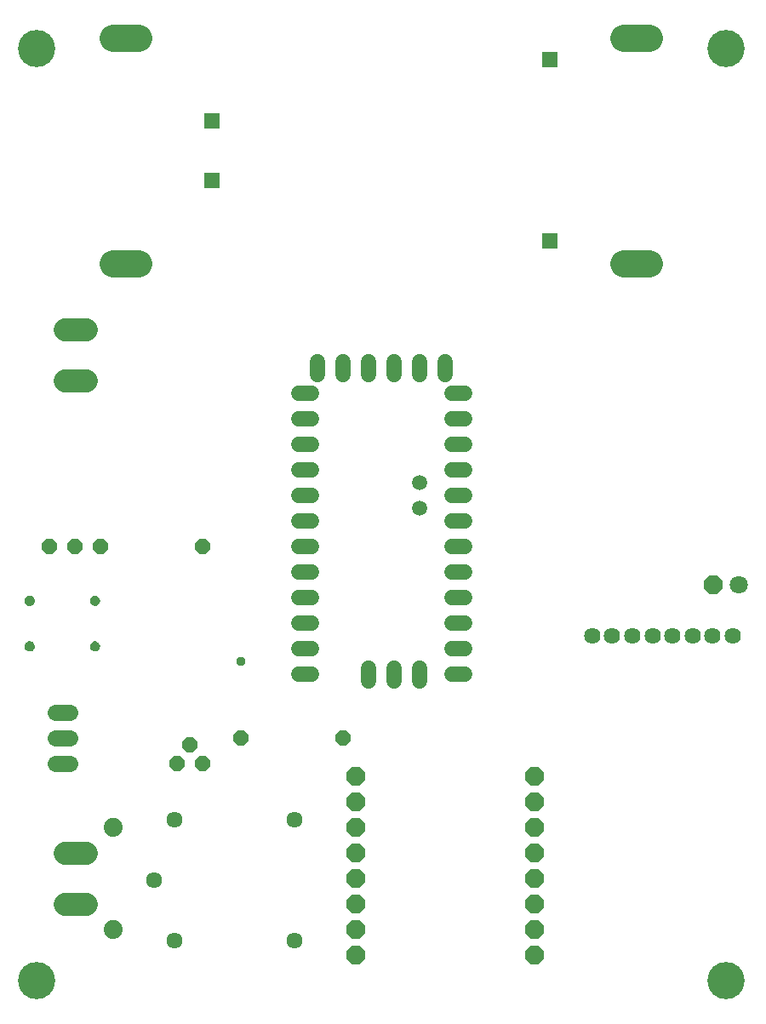
<source format=gbr>
G04 EAGLE Gerber RS-274X export*
G75*
%MOMM*%
%FSLAX34Y34*%
%LPD*%
%INSoldermask Top*%
%IPPOS*%
%AMOC8*
5,1,8,0,0,1.08239X$1,22.5*%
G01*
%ADD10C,3.703200*%
%ADD11P,1.951982X8X202.500000*%
%ADD12C,1.803400*%
%ADD13C,2.743200*%
%ADD14C,1.625600*%
%ADD15P,1.649562X8X22.500000*%
%ADD16P,1.649562X8X202.500000*%
%ADD17C,1.625600*%
%ADD18C,1.511200*%
%ADD19C,1.511200*%
%ADD20R,1.511200X1.511200*%
%ADD21P,2.034460X8X22.500000*%
%ADD22C,2.298700*%
%ADD23C,1.611200*%
%ADD24C,1.879600*%
%ADD25C,0.959600*%

G36*
X97069Y411418D02*
X97069Y411418D01*
X97117Y411432D01*
X97207Y411450D01*
X98116Y411771D01*
X98160Y411796D01*
X98244Y411833D01*
X99059Y412348D01*
X99096Y412382D01*
X99169Y412437D01*
X99849Y413121D01*
X99878Y413162D01*
X99937Y413232D01*
X100448Y414050D01*
X100466Y414097D01*
X100509Y414178D01*
X100824Y415089D01*
X100832Y415139D01*
X100856Y415228D01*
X100961Y416186D01*
X100958Y416216D01*
X100964Y416255D01*
X100964Y416356D01*
X100959Y416384D01*
X100961Y416420D01*
X100862Y417393D01*
X100849Y417442D01*
X100832Y417532D01*
X100520Y418459D01*
X100495Y418503D01*
X100460Y418588D01*
X99949Y419422D01*
X99915Y419460D01*
X99861Y419534D01*
X99177Y420234D01*
X99136Y420263D01*
X99067Y420323D01*
X98245Y420853D01*
X98198Y420873D01*
X98118Y420917D01*
X97198Y421250D01*
X97149Y421259D01*
X97060Y421284D01*
X96089Y421404D01*
X96079Y421404D01*
X96067Y421407D01*
X95764Y421434D01*
X95714Y421429D01*
X95615Y421429D01*
X94658Y421287D01*
X94610Y421271D01*
X94520Y421251D01*
X93618Y420899D01*
X93575Y420873D01*
X93493Y420833D01*
X92692Y420290D01*
X92656Y420254D01*
X92584Y420197D01*
X91924Y419489D01*
X91897Y419447D01*
X91840Y419375D01*
X91354Y418538D01*
X91337Y418490D01*
X91297Y418407D01*
X91010Y417483D01*
X91004Y417433D01*
X90983Y417343D01*
X90917Y416478D01*
X90915Y416470D01*
X90915Y416452D01*
X90912Y416411D01*
X90908Y416382D01*
X90908Y416330D01*
X90913Y416303D01*
X91016Y415336D01*
X91030Y415288D01*
X91047Y415197D01*
X91366Y414267D01*
X91391Y414223D01*
X91427Y414138D01*
X91946Y413302D01*
X91979Y413265D01*
X92034Y413191D01*
X92725Y412491D01*
X92767Y412462D01*
X92836Y412401D01*
X93666Y411873D01*
X93713Y411854D01*
X93794Y411811D01*
X94721Y411480D01*
X94771Y411472D01*
X94859Y411448D01*
X95812Y411335D01*
X95916Y411315D01*
X95920Y411315D01*
X95923Y411313D01*
X96111Y411307D01*
X97069Y411418D01*
G37*
G36*
X32045Y411393D02*
X32045Y411393D01*
X32093Y411407D01*
X32183Y411425D01*
X33092Y411746D01*
X33136Y411771D01*
X33220Y411808D01*
X34035Y412323D01*
X34072Y412357D01*
X34145Y412412D01*
X34825Y413096D01*
X34854Y413137D01*
X34913Y413207D01*
X35424Y414025D01*
X35442Y414072D01*
X35485Y414153D01*
X35800Y415064D01*
X35808Y415114D01*
X35832Y415203D01*
X35937Y416161D01*
X35934Y416191D01*
X35940Y416230D01*
X35940Y416331D01*
X35935Y416359D01*
X35937Y416395D01*
X35838Y417368D01*
X35825Y417417D01*
X35808Y417507D01*
X35496Y418434D01*
X35471Y418478D01*
X35436Y418563D01*
X34925Y419397D01*
X34891Y419435D01*
X34837Y419509D01*
X34153Y420209D01*
X34112Y420238D01*
X34043Y420298D01*
X33221Y420828D01*
X33174Y420848D01*
X33094Y420892D01*
X32174Y421225D01*
X32125Y421234D01*
X32036Y421259D01*
X31065Y421379D01*
X31055Y421379D01*
X31043Y421382D01*
X30740Y421409D01*
X30690Y421404D01*
X30591Y421404D01*
X29634Y421262D01*
X29586Y421246D01*
X29496Y421226D01*
X28594Y420874D01*
X28551Y420848D01*
X28469Y420808D01*
X27668Y420265D01*
X27632Y420229D01*
X27560Y420172D01*
X26900Y419464D01*
X26873Y419422D01*
X26816Y419350D01*
X26330Y418513D01*
X26313Y418465D01*
X26273Y418382D01*
X25986Y417458D01*
X25980Y417408D01*
X25959Y417318D01*
X25893Y416453D01*
X25891Y416445D01*
X25891Y416427D01*
X25888Y416386D01*
X25884Y416357D01*
X25884Y416305D01*
X25889Y416278D01*
X25992Y415311D01*
X26006Y415263D01*
X26023Y415172D01*
X26342Y414242D01*
X26367Y414198D01*
X26403Y414113D01*
X26922Y413277D01*
X26955Y413240D01*
X27010Y413166D01*
X27701Y412466D01*
X27743Y412437D01*
X27812Y412376D01*
X28642Y411848D01*
X28689Y411829D01*
X28770Y411786D01*
X29697Y411455D01*
X29747Y411447D01*
X29835Y411423D01*
X30788Y411310D01*
X30892Y411290D01*
X30896Y411290D01*
X30899Y411288D01*
X31087Y411282D01*
X32045Y411393D01*
G37*
G36*
X32045Y366155D02*
X32045Y366155D01*
X32093Y366169D01*
X32183Y366187D01*
X33092Y366508D01*
X33136Y366533D01*
X33220Y366570D01*
X34035Y367085D01*
X34072Y367119D01*
X34145Y367174D01*
X34825Y367858D01*
X34854Y367899D01*
X34913Y367969D01*
X35424Y368787D01*
X35442Y368834D01*
X35485Y368915D01*
X35800Y369826D01*
X35808Y369876D01*
X35832Y369965D01*
X35937Y370923D01*
X35934Y370953D01*
X35940Y370992D01*
X35940Y371093D01*
X35935Y371121D01*
X35937Y371157D01*
X35838Y372130D01*
X35825Y372179D01*
X35808Y372269D01*
X35496Y373196D01*
X35471Y373240D01*
X35436Y373325D01*
X34925Y374159D01*
X34891Y374197D01*
X34837Y374271D01*
X34153Y374971D01*
X34112Y375000D01*
X34043Y375060D01*
X33221Y375590D01*
X33174Y375610D01*
X33094Y375654D01*
X32174Y375987D01*
X32125Y375996D01*
X32036Y376021D01*
X31065Y376141D01*
X31055Y376141D01*
X31043Y376144D01*
X30740Y376171D01*
X30690Y376166D01*
X30591Y376166D01*
X29634Y376024D01*
X29586Y376008D01*
X29496Y375988D01*
X28594Y375636D01*
X28551Y375610D01*
X28469Y375570D01*
X27668Y375027D01*
X27632Y374991D01*
X27560Y374934D01*
X26900Y374226D01*
X26873Y374184D01*
X26816Y374112D01*
X26330Y373275D01*
X26313Y373227D01*
X26273Y373144D01*
X25986Y372220D01*
X25980Y372170D01*
X25959Y372080D01*
X25893Y371215D01*
X25891Y371207D01*
X25891Y371189D01*
X25888Y371148D01*
X25884Y371119D01*
X25884Y371067D01*
X25889Y371040D01*
X25992Y370073D01*
X26006Y370025D01*
X26023Y369934D01*
X26342Y369004D01*
X26367Y368960D01*
X26403Y368875D01*
X26922Y368039D01*
X26955Y368002D01*
X27010Y367928D01*
X27701Y367228D01*
X27743Y367199D01*
X27812Y367138D01*
X28642Y366610D01*
X28689Y366591D01*
X28770Y366548D01*
X29697Y366217D01*
X29747Y366209D01*
X29835Y366185D01*
X30788Y366072D01*
X30892Y366052D01*
X30896Y366052D01*
X30899Y366050D01*
X31087Y366044D01*
X32045Y366155D01*
G37*
G36*
X97120Y366130D02*
X97120Y366130D01*
X97168Y366144D01*
X97258Y366162D01*
X98167Y366483D01*
X98211Y366508D01*
X98295Y366545D01*
X99110Y367060D01*
X99147Y367094D01*
X99220Y367149D01*
X99900Y367833D01*
X99929Y367874D01*
X99988Y367944D01*
X100499Y368762D01*
X100517Y368809D01*
X100560Y368890D01*
X100875Y369801D01*
X100883Y369851D01*
X100907Y369940D01*
X101012Y370898D01*
X101009Y370928D01*
X101015Y370967D01*
X101015Y371068D01*
X101010Y371096D01*
X101012Y371132D01*
X100913Y372105D01*
X100900Y372154D01*
X100883Y372244D01*
X100571Y373171D01*
X100546Y373215D01*
X100511Y373300D01*
X100000Y374134D01*
X99966Y374172D01*
X99912Y374246D01*
X99228Y374946D01*
X99187Y374975D01*
X99118Y375035D01*
X98296Y375565D01*
X98249Y375585D01*
X98169Y375629D01*
X97249Y375962D01*
X97200Y375971D01*
X97111Y375996D01*
X96140Y376116D01*
X96130Y376116D01*
X96118Y376119D01*
X95815Y376146D01*
X95765Y376141D01*
X95666Y376141D01*
X94709Y375999D01*
X94661Y375983D01*
X94571Y375963D01*
X93669Y375611D01*
X93626Y375585D01*
X93544Y375545D01*
X92743Y375002D01*
X92707Y374966D01*
X92635Y374909D01*
X91975Y374201D01*
X91948Y374159D01*
X91891Y374087D01*
X91405Y373250D01*
X91388Y373202D01*
X91348Y373119D01*
X91061Y372195D01*
X91055Y372145D01*
X91034Y372055D01*
X90968Y371190D01*
X90966Y371182D01*
X90966Y371164D01*
X90963Y371123D01*
X90959Y371094D01*
X90959Y371042D01*
X90964Y371015D01*
X91067Y370048D01*
X91081Y370000D01*
X91098Y369909D01*
X91417Y368979D01*
X91442Y368935D01*
X91478Y368850D01*
X91997Y368014D01*
X92030Y367977D01*
X92085Y367903D01*
X92776Y367203D01*
X92818Y367174D01*
X92887Y367113D01*
X93717Y366585D01*
X93764Y366566D01*
X93845Y366523D01*
X94772Y366192D01*
X94822Y366184D01*
X94910Y366160D01*
X95863Y366047D01*
X95967Y366027D01*
X95971Y366027D01*
X95974Y366025D01*
X96162Y366019D01*
X97120Y366130D01*
G37*
D10*
X38100Y965200D03*
X723900Y965200D03*
X38100Y38100D03*
X723900Y38100D03*
D11*
X711200Y431800D03*
D12*
X736600Y431800D03*
D13*
X139700Y751078D02*
X114300Y751078D01*
X114300Y976122D02*
X139700Y976122D01*
X622300Y976122D02*
X647700Y976122D01*
X647700Y751078D02*
X622300Y751078D01*
D14*
X70612Y304800D02*
X56388Y304800D01*
X56388Y279400D02*
X70612Y279400D01*
X70612Y254000D02*
X56388Y254000D01*
D15*
X50800Y469900D03*
X76200Y469900D03*
D16*
X203200Y469900D03*
X101600Y469900D03*
D17*
X730400Y381000D03*
X710400Y381000D03*
X690400Y381000D03*
X670400Y381000D03*
X650400Y381000D03*
X630400Y381000D03*
X610400Y381000D03*
X590400Y381000D03*
D18*
X317500Y641160D02*
X317500Y654240D01*
X342900Y654240D02*
X342900Y641160D01*
X368300Y641160D02*
X368300Y654240D01*
X393700Y654240D02*
X393700Y641160D01*
X419100Y641160D02*
X419100Y654240D01*
X444500Y654240D02*
X444500Y641160D01*
X311340Y622300D02*
X298260Y622300D01*
X298260Y596900D02*
X311340Y596900D01*
X311340Y571500D02*
X298260Y571500D01*
X298260Y546100D02*
X311340Y546100D01*
X311340Y520700D02*
X298260Y520700D01*
X298260Y495300D02*
X311340Y495300D01*
X311340Y469900D02*
X298260Y469900D01*
X298260Y444500D02*
X311340Y444500D01*
X311340Y419100D02*
X298260Y419100D01*
X298260Y393700D02*
X311340Y393700D01*
X311340Y368300D02*
X298260Y368300D01*
X298260Y342900D02*
X311340Y342900D01*
X450660Y622300D02*
X463740Y622300D01*
X463740Y596900D02*
X450660Y596900D01*
X450660Y571500D02*
X463740Y571500D01*
X463740Y546100D02*
X450660Y546100D01*
X450660Y520700D02*
X463740Y520700D01*
X463740Y495300D02*
X450660Y495300D01*
X450660Y469900D02*
X463740Y469900D01*
X463740Y444500D02*
X450660Y444500D01*
X450660Y419100D02*
X463740Y419100D01*
X463740Y393700D02*
X450660Y393700D01*
X450660Y368300D02*
X463740Y368300D01*
X463740Y342900D02*
X450660Y342900D01*
X419100Y349440D02*
X419100Y336360D01*
X393700Y336360D02*
X393700Y349440D01*
X368300Y349440D02*
X368300Y336360D01*
D19*
X419100Y533400D03*
X419100Y508000D03*
D20*
X212500Y834300D03*
X212500Y893300D03*
X548500Y954300D03*
X548500Y774300D03*
D21*
X355600Y165100D03*
X355600Y139700D03*
X533400Y165100D03*
X533400Y139700D03*
X355600Y114300D03*
X355600Y190500D03*
X533400Y190500D03*
X533400Y114300D03*
X355600Y215900D03*
X533400Y215900D03*
X355600Y88900D03*
X533400Y88900D03*
X355600Y241300D03*
X533400Y241300D03*
X355600Y63500D03*
X533400Y63500D03*
D22*
X86678Y685800D02*
X65723Y685800D01*
X65723Y635000D02*
X86678Y635000D01*
X86678Y165100D02*
X65723Y165100D01*
X65723Y114300D02*
X86678Y114300D01*
D15*
X203200Y254000D03*
X190500Y273050D03*
X177800Y254000D03*
X241300Y279400D03*
X342900Y279400D03*
D23*
X294700Y78500D03*
X174700Y198500D03*
X154700Y138500D03*
X294700Y198500D03*
X174700Y78500D03*
D24*
X114300Y88900D03*
X114300Y190500D03*
D25*
X241300Y355600D03*
M02*

</source>
